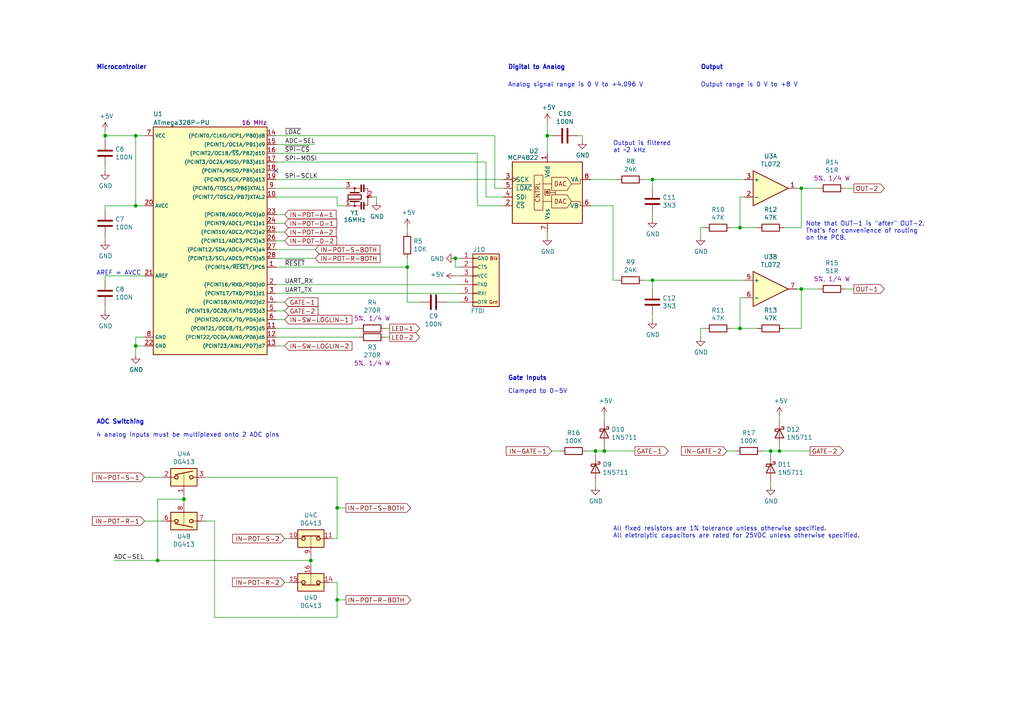
<source format=kicad_sch>
(kicad_sch (version 20211123) (generator eeschema)
  (paper "A4")
  (title_block (title "Main - Eurorack Dual Envelope Module") (date "2022-01-28") (rev "1.2") (company "Len Popp") (comment 1 "Copyright © 2022 Len Popp CC BY") (comment 2 "Eurorack digital ADSR envelope module - 8HP"))
  (lib_symbols
    (symbol "-lmp-IC-misc:ATmega328P-PU"
      (property "Reference" "U" (at -15.24 34.29 0))
      (property "Value" "ATmega328P-PU" (at 19.05 -34.29 0))
      (property "Value2" "16 MHz" (at 19.05 -36.83 0))
      (symbol "ATmega328P-PU_1_1"
        (pin bidirectional line (at 20.32 -7.62 180) (length 2.54) (name "(PCINT14/~{RESET}/)PC6") (number "1"))
        (pin bidirectional line (at 20.32 12.7 180) (length 2.54) (name "(PCINT7/TOSC2/PB7)XTAL2") (number "10"))
        (pin bidirectional line (at 20.32 -25.4 180) (length 2.54) (name "(PCINT21/OC0B/T1/PD5)d5") (number "11"))
        (pin bidirectional line (at 20.32 -27.94 180) (length 2.54) (name "(PCINT22/OC0A/AIN0/PD6)d6") (number "12"))
        (pin bidirectional line (at 20.32 -30.48 180) (length 2.54) (name "(PCINT23/AIN1/PD7)d7") (number "13"))
        (pin bidirectional line (at 20.32 30.48 180) (length 2.54) (name "(PCINT0/CLKO/ICP1/PB0)d8") (number "14"))
        (pin bidirectional line (at 20.32 27.94 180) (length 2.54) (name "(PCINT1/OC1A/PB1)d9") (number "15"))
        (pin bidirectional line (at 20.32 25.4 180) (length 2.54) (name "(PCINT2/OC1B/~{SS}/PB2)d10") (number "16"))
        (pin bidirectional line (at 20.32 22.86 180) (length 2.54) (name "(PCINT3/OC2A/MOSI/PB3)d11") (number "17"))
        (pin bidirectional line (at 20.32 20.32 180) (length 2.54) (name "(PCINT4/MISO/PB4)d12") (number "18"))
        (pin bidirectional line (at 20.32 17.78 180) (length 2.54) (name "(PCINT5/SCK/PB5)d13") (number "19"))
        (pin bidirectional line (at 20.32 -12.7 180) (length 2.54) (name "(PCINT16/RXD/PD0)d0") (number "2"))
        (pin power_in line (at -17.78 10.16 0) (length 2.54) (name "AVCC") (number "20"))
        (pin passive line (at -17.78 -10.16 0) (length 2.54) (name "AREF") (number "21"))
        (pin power_in line (at -17.78 -30.48 0) (length 2.54) (name "GND") (number "22"))
        (pin bidirectional line (at 20.32 7.62 180) (length 2.54) (name "(PCINT8/ADC0/PC0)a0") (number "23"))
        (pin bidirectional line (at 20.32 5.08 180) (length 2.54) (name "(PCINT9/ADC1/PC1)a1") (number "24"))
        (pin bidirectional line (at 20.32 2.54 180) (length 2.54) (name "(PCINT10/ADC2/PC2)a2") (number "25"))
        (pin bidirectional line (at 20.32 0 180) (length 2.54) (name "(PCINT11/ADC3/PC3)a3") (number "26"))
        (pin bidirectional line (at 20.32 -2.54 180) (length 2.54) (name "(PCINT12/SDA/ADC4/PC4)a4") (number "27"))
        (pin bidirectional line (at 20.32 -5.08 180) (length 2.54) (name "(PCINT13/SCL/ADC5/PC5)a5") (number "28"))
        (pin bidirectional line (at 20.32 -15.24 180) (length 2.54) (name "(PCINT17/TXD/PD1)d1") (number "3"))
        (pin bidirectional line (at 20.32 -17.78 180) (length 2.54) (name "(PCINT18/INT0/PD2)d2") (number "4"))
        (pin bidirectional line (at 20.32 -20.32 180) (length 2.54) (name "(PCINT19/OC2B/INT1/PD3)d3") (number "5"))
        (pin bidirectional line (at 20.32 -22.86 180) (length 2.54) (name "(PCINT20/XCK/T0/PD4)d4") (number "6"))
        (pin power_in line (at -17.78 30.48 0) (length 2.54) (name "VCC") (number "7"))
        (pin power_in line (at -17.78 -27.94 0) (length 2.54) (name "GND") (number "8"))
        (pin bidirectional line (at 20.32 15.24 180) (length 2.54) (name "(PCINT6/TOSC1/PB6)XTAL1") (number "9"))
      )
    )
    (symbol "-lmp-IC-misc:DG413" (pin_names (offset 0.381))
      (property "Reference" "U" (at 3.81 1.27 0))
      (property "Value" "DG413" (at 3.81 -1.27 0))
      (symbol "DG413_1_1"
        (pin input line (at 0 -5.08 90) (length 2.54) (name "~") (number "1"))
        (pin passive line (at -6.35 0 0) (length 2.54) (name "~") (number "2"))
        (pin passive line (at 6.35 0 180) (length 2.54) (name "~") (number "3"))
      )
      (symbol "DG413_2_1"
        (pin passive line (at -6.35 0 0) (length 2.54) (name "~") (number "6"))
        (pin passive line (at 6.35 0 180) (length 2.54) (name "~") (number "7"))
        (pin input line (at 0 -5.08 90) (length 2.54) (name "~") (number "8"))
      )
      (symbol "DG413_3_1"
        (pin passive line (at -6.35 0 0) (length 2.54) (name "~") (number "10"))
        (pin passive line (at 6.35 0 180) (length 2.54) (name "~") (number "11"))
        (pin input line (at 0 -5.08 90) (length 2.54) (name "~") (number "9"))
      )
      (symbol "DG413_4_1"
        (pin passive line (at 6.35 0 180) (length 2.54) (name "~") (number "14"))
        (pin passive line (at -6.35 0 0) (length 2.54) (name "~") (number "15"))
        (pin input line (at 0 -5.08 90) (length 2.54) (name "~") (number "16"))
      )
      (symbol "DG413_5_0"
        (pin power_in line (at 2.54 7.62 270) (length 2.54) (name "VL") (number "12"))
        (pin power_in line (at 0 7.62 270) (length 2.54) (name "V+") (number "13"))
        (pin power_in line (at 0 -7.62 90) (length 2.54) (name "V-") (number "4"))
        (pin power_in line (at 2.54 -7.62 90) (length 2.54) (name "GND") (number "5"))
      )
    )
    (symbol "-lmp-diode:1N5711" (pin_numbers hide) (pin_names (offset 1.016) hide)
      (property "Reference" "D" (at 0 2.54 0))
      (property "Value" "1N5711" (at 0 -2.54 0))
      (symbol "1N5711_1_1"
        (pin passive line (at -3.81 0 0) (length 2.54) (name "K") (number "1"))
        (pin passive line (at 3.81 0 180) (length 2.54) (name "A") (number "2"))
      )
    )
    (symbol "-lmp-opamp:TL072" (pin_names (offset 0.127))
      (property "Reference" "U" (at 0 5.08 0))
      (property "Value" "TL072" (at 0 -5.08 0))
      (symbol "TL072_1_1"
        (pin output line (at 7.62 0 180) (length 2.54) (name "~") (number "1"))
        (pin input line (at -7.62 -2.54 0) (length 2.54) (name "-") (number "2"))
        (pin input line (at -7.62 2.54 0) (length 2.54) (name "+") (number "3"))
      )
      (symbol "TL072_2_1"
        (pin input line (at -7.62 2.54 0) (length 2.54) (name "+") (number "5"))
        (pin input line (at -7.62 -2.54 0) (length 2.54) (name "-") (number "6"))
        (pin output line (at 7.62 0 180) (length 2.54) (name "~") (number "7"))
      )
      (symbol "TL072_3_1"
        (pin power_in line (at -2.54 -7.62 90) (length 3.81) (name "V-") (number "4"))
        (pin power_in line (at -2.54 7.62 270) (length 3.81) (name "V+") (number "8"))
      )
    )
    (symbol "-lmp-power:+5V" (power) (pin_names (offset 0))
      (property "Value" "+5V" (at 0 3.556 0))
      (symbol "+5V_1_1"
        (pin power_in line (at 0 0 90) (length 0) hide (name "+5V") (number "1"))
      )
    )
    (symbol "-lmp-power:GND" (power) (pin_names (offset 0))
      (property "Value" "GND" (at 0 -3.81 0))
      (symbol "GND_1_1"
        (pin power_in line (at 0 0 270) (length 0) hide (name "GND") (number "1"))
      )
    )
    (symbol "-lmp-synth:R_51R_Output" (pin_numbers hide) (pin_names (offset 0))
      (property "Reference" "R" (at -2.286 0 90))
      (property "Value" "R_51R_Output" (at 2.413 0 90))
      (property "Value2" "1%, 1/4 W" (at 4.445 0 90))
      (symbol "R_51R_Output_1_1"
        (pin passive line (at 0 3.81 270) (length 1.27) (name "~") (number "1"))
        (pin passive line (at 0 -3.81 90) (length 1.27) (name "~") (number "2"))
      )
    )
    (symbol "-lmp:CC_100N" (pin_numbers hide) (pin_names (offset 0.254))
      (property "Reference" "C" (at 0.635 2.54 0))
      (property "Value" "CC_100N" (at 0.635 -2.54 0))
      (symbol "CC_100N_1_1"
        (pin passive line (at 0 3.81 270) (length 2.794) (name "~") (number "1"))
        (pin passive line (at 0 -3.81 90) (length 2.794) (name "~") (number "2"))
      )
    )
    (symbol "-lmp:CF" (pin_numbers hide) (pin_names (offset 0.254))
      (property "Reference" "C" (at 0.635 2.54 0))
      (property "Value" "CF" (at 0.635 -2.54 0))
      (symbol "CF_1_1"
        (pin passive line (at 0 3.81 270) (length 2.794) (name "~") (number "1"))
        (pin passive line (at 0 -3.81 90) (length 2.794) (name "~") (number "2"))
      )
    )
    (symbol "-lmp:Conn_FTDI" (pin_names (offset 1.27))
      (property "Reference" "J" (at -1.27 7.62 0))
      (property "Value" "Conn_FTDI" (at -1.27 -10.16 0))
      (symbol "Conn_FTDI_0_0"
        (text "Blk" (at 6.096 5.08 0) (effects (font (size 1.016 1.016)) (justify right)))
        (text "Grn" (at 6.096 -7.62 0) (effects (font (size 1.016 1.016)) (justify right)))
      )
      (symbol "Conn_FTDI_1_1"
        (pin passive line (at -5.08 5.08 0) (length 3.81) (name "GND") (number "1"))
        (pin passive line (at -5.08 2.54 0) (length 3.81) (name "CTS") (number "2"))
        (pin passive line (at -5.08 0 0) (length 3.81) (name "VCC") (number "3"))
        (pin passive line (at -5.08 -2.54 0) (length 3.81) (name "TXO") (number "4"))
        (pin passive line (at -5.08 -5.08 0) (length 3.81) (name "RXI") (number "5"))
        (pin passive line (at -5.08 -7.62 0) (length 3.81) (name "DTR") (number "6"))
      )
    )
    (symbol "-lmp:R" (pin_numbers hide) (pin_names (offset 0))
      (property "Reference" "R" (at -2.286 0 90))
      (property "Value" "R" (at 2.413 0 90))
      (symbol "R_1_1"
        (pin passive line (at 0 3.81 270) (length 1.27) (name "~") (number "1"))
        (pin passive line (at 0 -3.81 90) (length 1.27) (name "~") (number "2"))
      )
    )
    (symbol "-lmp:Resonator_16MHz" (pin_names (offset 1.016) hide)
      (property "Reference" "Y" (at 3.175 1.905 0))
      (property "Value" "Resonator_16MHz" (at 3.175 0 0))
      (symbol "Resonator_16MHz_1_1"
        (pin passive line (at -2.54 2.54 270) (length 1.27) (name "1") (number "1"))
        (pin passive line (at 0 -5.08 90) (length 1.27) (name "2") (number "2"))
        (pin passive line (at 2.54 2.54 270) (length 1.27) (name "3") (number "3"))
      )
    )
    (symbol "Analog_DAC:MCP4822" (pin_names (offset 1.016))
      (property "Reference" "U" (at -2.54 10.795 0))
      (property "Value" "MCP4822" (at -2.54 8.89 0))
      (symbol "MCP4822_0_0"
        (text "CNTRL" (at -2.032 -4.191 900) (effects (font (size 1.27 1.27)) (justify left bottom)))
        (text "DAC" (at 3.81 -3.81 0) (effects (font (size 1.27 1.27))))
        (text "DAC" (at 3.81 1.27 0) (effects (font (size 1.27 1.27))))
      )
      (symbol "MCP4822_1_1"
        (pin power_in line (at 0 10.16 270) (length 2.54) (name "Vdd") (number "1"))
        (pin input line (at -12.7 -5.08 0) (length 2.54) (name "~{CS}") (number "2"))
        (pin input clock (at -12.7 2.54 0) (length 2.54) (name "SCK") (number "3"))
        (pin input line (at -12.7 -2.54 0) (length 2.54) (name "SDI") (number "4"))
        (pin input line (at -12.7 0 0) (length 2.54) (name "~{LDAC}") (number "5"))
        (pin output line (at 12.7 -5.08 180) (length 2.54) (name "VB") (number "6"))
        (pin power_in line (at 0 -12.7 90) (length 2.54) (name "Vss") (number "7"))
        (pin output line (at 12.7 2.54 180) (length 2.54) (name "VA") (number "8"))
      )
    )
  )
  (junction (at 30.48 39.37))
  (junction (at 158.75 39.37))
  (junction (at 39.37 100.33))
  (junction (at 39.37 59.69))
  (junction (at 118.11 77.47))
  (junction (at 53.34 144.78))
  (junction (at 97.79 147.32))
  (junction (at 232.41 83.82))
  (junction (at 175.26 130.81))
  (junction (at 189.23 52.07))
  (junction (at 97.79 173.99))
  (junction (at 214.63 66.04))
  (junction (at 132.08 74.93))
  (junction (at 45.72 162.56))
  (junction (at 214.63 95.25))
  (junction (at 189.23 81.28))
  (junction (at 232.41 54.61))
  (junction (at 172.72 130.81))
  (junction (at 90.17 162.56))
  (junction (at 223.52 130.81))
  (junction (at 226.06 130.81))
  (junction (at 39.37 39.37))
  (no_connect (at 80.01 49.53))
  (wire (pts (xy 80.01 44.45) (xy 138.43 44.45)))
  (wire (pts (xy 232.41 83.82) (xy 232.41 95.25)))
  (wire (pts (xy 82.55 156.21) (xy 83.82 156.21)))
  (wire (pts (xy 62.23 151.13) (xy 62.23 179.07)))
  (wire (pts (xy 186.69 52.07) (xy 189.23 52.07)))
  (wire (pts (xy 80.01 77.47) (xy 118.11 77.47)))
  (wire (pts (xy 177.8 59.69) (xy 177.8 81.28)))
  (wire (pts (xy 96.52 168.91) (xy 97.79 168.91)))
  (wire (pts (xy 171.45 52.07) (xy 179.07 52.07)))
  (wire (pts (xy 177.8 81.28) (xy 179.07 81.28)))
  (wire (pts (xy 53.34 146.05) (xy 53.34 144.78)))
  (wire (pts (xy 132.08 74.93) (xy 132.08 77.47)))
  (wire (pts (xy 83.82 168.91) (xy 82.55 168.91)))
  (wire (pts (xy 80.01 82.55) (xy 133.35 82.55)))
  (wire (pts (xy 167.64 39.37) (xy 168.91 39.37)))
  (wire (pts (xy 189.23 52.07) (xy 215.9 52.07)))
  (wire (pts (xy 90.17 162.56) (xy 90.17 163.83)))
  (wire (pts (xy 189.23 52.07) (xy 189.23 54.61)))
  (wire (pts (xy 107.95 57.15) (xy 109.22 57.15)))
  (wire (pts (xy 97.79 147.32) (xy 100.33 147.32)))
  (wire (pts (xy 231.14 54.61) (xy 232.41 54.61)))
  (wire (pts (xy 30.48 90.17) (xy 30.48 88.9)))
  (wire (pts (xy 39.37 39.37) (xy 39.37 59.69)))
  (wire (pts (xy 186.69 81.28) (xy 189.23 81.28)))
  (wire (pts (xy 62.23 179.07) (xy 97.79 179.07)))
  (wire (pts (xy 113.03 95.25) (xy 111.76 95.25)))
  (wire (pts (xy 39.37 39.37) (xy 30.48 39.37)))
  (wire (pts (xy 30.48 39.37) (xy 30.48 38.1)))
  (wire (pts (xy 80.01 62.23) (xy 82.55 62.23)))
  (wire (pts (xy 82.55 92.71) (xy 80.01 92.71)))
  (wire (pts (xy 30.48 81.28) (xy 30.48 80.01)))
  (wire (pts (xy 212.09 95.25) (xy 214.63 95.25)))
  (wire (pts (xy 247.65 83.82) (xy 245.11 83.82)))
  (wire (pts (xy 118.11 67.31) (xy 118.11 66.04)))
  (wire (pts (xy 118.11 87.63) (xy 121.92 87.63)))
  (wire (pts (xy 80.01 46.99) (xy 140.97 46.99)))
  (wire (pts (xy 189.23 83.82) (xy 189.23 81.28)))
  (wire (pts (xy 100.33 59.69) (xy 97.79 59.69)))
  (wire (pts (xy 80.01 100.33) (xy 82.55 100.33)))
  (wire (pts (xy 214.63 57.15) (xy 215.9 57.15)))
  (wire (pts (xy 214.63 66.04) (xy 214.63 57.15)))
  (wire (pts (xy 80.01 41.91) (xy 91.44 41.91)))
  (wire (pts (xy 172.72 140.97) (xy 172.72 139.7)))
  (wire (pts (xy 203.2 66.04) (xy 203.2 68.58)))
  (wire (pts (xy 143.51 54.61) (xy 146.05 54.61)))
  (wire (pts (xy 118.11 87.63) (xy 118.11 77.47)))
  (wire (pts (xy 80.01 74.93) (xy 91.44 74.93)))
  (wire (pts (xy 247.65 54.61) (xy 245.11 54.61)))
  (wire (pts (xy 232.41 83.82) (xy 237.49 83.82)))
  (wire (pts (xy 203.2 95.25) (xy 203.2 97.79)))
  (wire (pts (xy 138.43 59.69) (xy 146.05 59.69)))
  (wire (pts (xy 223.52 140.97) (xy 223.52 139.7)))
  (wire (pts (xy 175.26 130.81) (xy 184.15 130.81)))
  (wire (pts (xy 138.43 44.45) (xy 138.43 59.69)))
  (wire (pts (xy 80.01 52.07) (xy 146.05 52.07)))
  (wire (pts (xy 162.56 130.81) (xy 160.02 130.81)))
  (wire (pts (xy 82.55 87.63) (xy 80.01 87.63)))
  (wire (pts (xy 30.48 49.53) (xy 30.48 48.26)))
  (wire (pts (xy 97.79 138.43) (xy 97.79 147.32)))
  (wire (pts (xy 231.14 83.82) (xy 232.41 83.82)))
  (wire (pts (xy 97.79 173.99) (xy 97.79 179.07)))
  (wire (pts (xy 171.45 59.69) (xy 177.8 59.69)))
  (wire (pts (xy 223.52 130.81) (xy 226.06 130.81)))
  (wire (pts (xy 214.63 86.36) (xy 215.9 86.36)))
  (wire (pts (xy 175.26 130.81) (xy 175.26 129.54)))
  (wire (pts (xy 172.72 130.81) (xy 170.18 130.81)))
  (wire (pts (xy 140.97 57.15) (xy 146.05 57.15)))
  (wire (pts (xy 203.2 95.25) (xy 204.47 95.25)))
  (wire (pts (xy 232.41 95.25) (xy 227.33 95.25)))
  (wire (pts (xy 232.41 54.61) (xy 237.49 54.61)))
  (wire (pts (xy 97.79 147.32) (xy 97.79 156.21)))
  (wire (pts (xy 80.01 67.31) (xy 82.55 67.31)))
  (wire (pts (xy 223.52 130.81) (xy 220.98 130.81)))
  (wire (pts (xy 213.36 130.81) (xy 210.82 130.81)))
  (wire (pts (xy 204.47 66.04) (xy 203.2 66.04)))
  (wire (pts (xy 80.01 85.09) (xy 133.35 85.09)))
  (wire (pts (xy 30.48 80.01) (xy 41.91 80.01)))
  (wire (pts (xy 80.01 72.39) (xy 91.44 72.39)))
  (wire (pts (xy 39.37 59.69) (xy 41.91 59.69)))
  (wire (pts (xy 97.79 168.91) (xy 97.79 173.99)))
  (wire (pts (xy 45.72 162.56) (xy 90.17 162.56)))
  (wire (pts (xy 46.99 151.13) (xy 41.91 151.13)))
  (wire (pts (xy 41.91 100.33) (xy 39.37 100.33)))
  (wire (pts (xy 172.72 130.81) (xy 175.26 130.81)))
  (wire (pts (xy 80.01 95.25) (xy 104.14 95.25)))
  (wire (pts (xy 232.41 66.04) (xy 232.41 54.61)))
  (wire (pts (xy 80.01 64.77) (xy 82.55 64.77)))
  (wire (pts (xy 189.23 62.23) (xy 189.23 63.5)))
  (wire (pts (xy 80.01 69.85) (xy 82.55 69.85)))
  (wire (pts (xy 97.79 173.99) (xy 100.33 173.99)))
  (wire (pts (xy 41.91 97.79) (xy 39.37 97.79)))
  (wire (pts (xy 30.48 60.96) (xy 30.48 59.69)))
  (wire (pts (xy 168.91 39.37) (xy 168.91 40.64)))
  (wire (pts (xy 59.69 138.43) (xy 97.79 138.43)))
  (wire (pts (xy 96.52 156.21) (xy 97.79 156.21)))
  (wire (pts (xy 143.51 39.37) (xy 143.51 54.61)))
  (wire (pts (xy 45.72 144.78) (xy 53.34 144.78)))
  (wire (pts (xy 140.97 46.99) (xy 140.97 57.15)))
  (wire (pts (xy 226.06 130.81) (xy 226.06 129.54)))
  (wire (pts (xy 158.75 35.56) (xy 158.75 39.37)))
  (wire (pts (xy 90.17 161.29) (xy 90.17 162.56)))
  (wire (pts (xy 41.91 39.37) (xy 39.37 39.37)))
  (wire (pts (xy 113.03 97.79) (xy 111.76 97.79)))
  (wire (pts (xy 118.11 77.47) (xy 118.11 74.93)))
  (wire (pts (xy 80.01 57.15) (xy 97.79 57.15)))
  (wire (pts (xy 189.23 81.28) (xy 215.9 81.28)))
  (wire (pts (xy 158.75 39.37) (xy 158.75 44.45)))
  (wire (pts (xy 234.95 130.81) (xy 226.06 130.81)))
  (wire (pts (xy 226.06 121.92) (xy 226.06 120.65)))
  (wire (pts (xy 175.26 121.92) (xy 175.26 120.65)))
  (wire (pts (xy 227.33 66.04) (xy 232.41 66.04)))
  (wire (pts (xy 129.54 87.63) (xy 133.35 87.63)))
  (wire (pts (xy 80.01 54.61) (xy 100.33 54.61)))
  (wire (pts (xy 189.23 91.44) (xy 189.23 92.71)))
  (wire (pts (xy 80.01 97.79) (xy 104.14 97.79)))
  (wire (pts (xy 133.35 74.93) (xy 132.08 74.93)))
  (wire (pts (xy 53.34 144.78) (xy 53.34 143.51)))
  (wire (pts (xy 33.02 162.56) (xy 45.72 162.56)))
  (wire (pts (xy 223.52 132.08) (xy 223.52 130.81)))
  (wire (pts (xy 46.99 138.43) (xy 41.91 138.43)))
  (wire (pts (xy 30.48 69.85) (xy 30.48 68.58)))
  (wire (pts (xy 219.71 66.04) (xy 214.63 66.04)))
  (wire (pts (xy 172.72 132.08) (xy 172.72 130.81)))
  (wire (pts (xy 158.75 68.58) (xy 158.75 67.31)))
  (wire (pts (xy 109.22 57.15) (xy 109.22 58.42)))
  (wire (pts (xy 212.09 66.04) (xy 214.63 66.04)))
  (wire (pts (xy 45.72 144.78) (xy 45.72 162.56)))
  (wire (pts (xy 133.35 80.01) (xy 132.08 80.01)))
  (wire (pts (xy 39.37 97.79) (xy 39.37 100.33)))
  (wire (pts (xy 59.69 151.13) (xy 62.23 151.13)))
  (wire (pts (xy 158.75 39.37) (xy 160.02 39.37)))
  (wire (pts (xy 82.55 90.17) (xy 80.01 90.17)))
  (wire (pts (xy 219.71 95.25) (xy 214.63 95.25)))
  (wire (pts (xy 97.79 59.69) (xy 97.79 57.15)))
  (wire (pts (xy 214.63 95.25) (xy 214.63 86.36)))
  (wire (pts (xy 39.37 59.69) (xy 30.48 59.69)))
  (wire (pts (xy 133.35 77.47) (xy 132.08 77.47)))
  (wire (pts (xy 80.01 39.37) (xy 143.51 39.37)))
  (wire (pts (xy 30.48 40.64) (xy 30.48 39.37)))
  (wire (pts (xy 39.37 100.33) (xy 39.37 102.87)))
  (text "4 analog inputs must be multiplexed onto 2 ADC pins" (at 27.94 127 0) (effects (font (size 1.27 1.27)) (justify left bottom)))
  (text "Output is filtered \nat ~2 kHz" (at 177.8 44.45 0) (effects (font (size 1.27 1.27)) (justify left bottom)))
  (text "All fixed resistors are 1% tolerance unless otherwise specified.\nAll eletrolytic capacitors are rated for 25VDC unless otherwise specified." (at 177.8 156.21 0) (effects (font (size 1.27 1.27)) (justify left bottom)))
  (text "ADC Switching" (at 27.94 123.19 0) (effects (font (size 1.27 1.27) (thickness 0.254) bold) (justify left bottom)))
  (text "Analog signal range is 0 V to +4.096 V" (at 147.32 25.4 0) (effects (font (size 1.27 1.27)) (justify left bottom)))
  (text "Digital to Analog" (at 147.32 20.32 0) (effects (font (size 1.27 1.27) (thickness 0.254) bold) (justify left bottom)))
  (text "AREF = AVCC" (at 27.94 80.01 0) (effects (font (size 1.27 1.27)) (justify left bottom)))
  (text "Output range is 0 V to +8 V" (at 203.2 25.4 0) (effects (font (size 1.27 1.27)) (justify left bottom)))
  (text "Gate Inputs" (at 147.32 110.49 0) (effects (font (size 1.27 1.27) (thickness 0.254) bold) (justify left bottom)))
  (text "Output" (at 203.2 20.32 0) (effects (font (size 1.27 1.27) (thickness 0.254) bold) (justify left bottom)))
  (text "Note that OUT-1 is \"after\" OUT-2.\nThat's for convenience of routing\non the PCB." (at 233.68 69.85 0) (effects (font (size 1.27 1.27)) (justify left bottom)))
  (text "Microcontroller" (at 27.94 20.32 0) (effects (font (size 1.27 1.27) (thickness 0.254) bold) (justify left bottom)))
  (text "Clamped to 0-5V" (at 147.32 114.3 0) (effects (font (size 1.27 1.27)) (justify left bottom)))
  (label "ADC-SEL" (at 91.44 41.91 180))
  (label "SPI-MOSI" (at 82.55 46.99 0))
  (label "SPI-SCLK" (at 82.55 52.07 0))
  (label "ADC-SEL" (at 33.02 162.56 0))
  (label "~{RESET}" (at 82.55 77.47 0))
  (label "~{SPI-CS}" (at 82.55 44.45 0))
  (label "UART_TX" (at 82.55 85.09 0))
  (label "UART_RX" (at 82.55 82.55 0))
  (label "~{LDAC}" (at 82.55 39.37 0))
  (global_label "IN-POT-S-BOTH" (shape input) (at 91.44 72.39 0) (property "Intersheet References" "${INTERSHEET_REFS}" (effects hide)))
  (global_label "IN-POT-R-BOTH" (shape output) (at 100.33 173.99 0) (property "Intersheet References" "${INTERSHEET_REFS}" (effects hide)))
  (global_label "GATE-1" (shape output) (at 184.15 130.81 0) (property "Intersheet References" "${INTERSHEET_REFS}" (effects hide)))
  (global_label "IN-POT-R-BOTH" (shape input) (at 91.44 74.93 0) (property "Intersheet References" "${INTERSHEET_REFS}" (effects hide)))
  (global_label "LED-2" (shape output) (at 113.03 97.79 0) (property "Intersheet References" "${INTERSHEET_REFS}" (effects hide)))
  (global_label "IN-POT-A-2" (shape input) (at 82.55 67.31 0) (property "Intersheet References" "${INTERSHEET_REFS}" (effects hide)))
  (global_label "OUT-1" (shape output) (at 247.65 83.82 0) (property "Intersheet References" "${INTERSHEET_REFS}" (effects hide)))
  (global_label "IN-POT-R-1" (shape input) (at 41.91 151.13 180) (property "Intersheet References" "${INTERSHEET_REFS}" (effects hide)))
  (global_label "GATE-1" (shape input) (at 82.55 87.63 0) (property "Intersheet References" "${INTERSHEET_REFS}" (effects hide)))
  (global_label "IN-POT-R-2" (shape input) (at 82.55 168.91 180) (property "Intersheet References" "${INTERSHEET_REFS}" (effects hide)))
  (global_label "IN-SW-LOGLIN-1" (shape input) (at 82.55 92.71 0) (property "Intersheet References" "${INTERSHEET_REFS}" (effects hide)))
  (global_label "GATE-2" (shape output) (at 234.95 130.81 0) (property "Intersheet References" "${INTERSHEET_REFS}" (effects hide)))
  (global_label "IN-SW-LOGLIN-2" (shape input) (at 82.55 100.33 0) (property "Intersheet References" "${INTERSHEET_REFS}" (effects hide)))
  (global_label "IN-POT-S-2" (shape input) (at 82.55 156.21 180) (property "Intersheet References" "${INTERSHEET_REFS}" (effects hide)))
  (global_label "LED-1" (shape output) (at 113.03 95.25 0) (property "Intersheet References" "${INTERSHEET_REFS}" (effects hide)))
  (global_label "IN-GATE-1" (shape input) (at 160.02 130.81 180) (property "Intersheet References" "${INTERSHEET_REFS}" (effects hide)))
  (global_label "IN-POT-S-1" (shape input) (at 41.91 138.43 180) (property "Intersheet References" "${INTERSHEET_REFS}" (effects hide)))
  (global_label "IN-POT-A-1" (shape input) (at 82.55 62.23 0) (property "Intersheet References" "${INTERSHEET_REFS}" (effects hide)))
  (global_label "OUT-2" (shape output) (at 247.65 54.61 0) (property "Intersheet References" "${INTERSHEET_REFS}" (effects hide)))
  (global_label "IN-GATE-2" (shape input) (at 210.82 130.81 180) (property "Intersheet References" "${INTERSHEET_REFS}" (effects hide)))
  (global_label "IN-POT-S-BOTH" (shape output) (at 100.33 147.32 0) (property "Intersheet References" "${INTERSHEET_REFS}" (effects hide)))
  (global_label "IN-POT-D-2" (shape input) (at 82.55 69.85 0) (property "Intersheet References" "${INTERSHEET_REFS}" (effects hide)))
  (global_label "IN-POT-D-1" (shape input) (at 82.55 64.77 0) (property "Intersheet References" "${INTERSHEET_REFS}" (effects hide)))
  (global_label "GATE-2" (shape input) (at 82.55 90.17 0) (property "Intersheet References" "${INTERSHEET_REFS}" (effects hide)))
  (symbol (lib_id "-lmp-diode:1N5711") (at 172.72 135.89 270) (unit 1)
    (property "Reference" "D9" (at 174.752 134.7216 90) (effects (justify left)))
    (property "Value" "1N5711" (at 174.752 137.033 90) (effects (justify left)))
    (property "Footprint" "Diode_THT:D_DO-35_SOD27_P7.62mm_Horizontal" (effects hide))
    (property "Datasheet" "https://www.mouser.ca/datasheet/2/389/cd00000759-1795802.pdf" (effects hide))
    (property "Manufacturer" "STMicroelectronics" (effects hide))
    (property "ManufacturerPartNum" "1N5711" (effects hide))
    (property "Distributor" "Mouser" (effects hide))
    (property "DistributorPartNum" "511-1N5711" (effects hide))
    (property "DistributorPartLink" "https://www.mouser.ca/ProductDetail/STMicroelectronics/1N5711?qs=FITO%2F%2FQgYDnH7pJ7rS2FRA%3D%3D" (effects hide))
  )
  (symbol (lib_id "-lmp-IC-misc:ATmega328P-PU") (at 59.69 69.85 0) (unit 1)
    (property "Reference" "U1" (at 44.45 33.02 0) (effects (justify left)))
    (property "Value" "ATmega328P-PU" (at 44.45 35.56 0) (effects (justify left)))
    (property "Footprint" "Package_DIP:DIP-28_W7.62mm" (effects hide))
    (property "Datasheet" "https://www.microchip.com/en-us/product/ATmega328P" (effects hide))
    (property "Note" "16 MHz" (at 77.47 35.56 0) (effects (justify right)))
    (property "Manufacturer" "Microchip" (effects hide))
    (property "ManufacturerPartNum" "ATMEGA328P-PU" (effects hide))
    (property "Distributor" "Mouser" (effects hide))
    (property "DistributorPartNum" "556-ATMEGA328P-PU" (effects hide))
    (property "DistributorPartLink" "https://www.mouser.ca/ProductDetail/?qs=K8BHR703ZXguOQv3sKbWcg%3D%3D" (effects hide))
  )
  (symbol (lib_id "-lmp:CC_100N") (at 30.48 44.45 0) (unit 1)
    (property "Reference" "C6" (at 33.401 43.2816 0) (effects (justify left)))
    (property "Value" "100N" (at 33.401 45.593 0) (effects (justify left)))
    (property "Footprint" "-lmp-misc:C_Disc_D5.0mm_W2.5mm_P2.50mm" (effects hide))
    (property "Note" "IC decoupling" (effects hide))
    (property "Manufacturer" "TDK" (effects hide))
    (property "ManufacturerPartNum" "FG18X7R1H104KNT06" (effects hide))
    (property "Distributor" "Mouser" (effects hide))
    (property "DistributorPartNum" "810-FG18X7R1H104KNT6" (effects hide))
    (property "DistributorPartLink" "https://www.mouser.ca/ProductDetail/810-FG18X7R1H104KNT6" (effects hide))
  )
  (symbol (lib_id "-lmp-power:+5V") (at 30.48 38.1 0) (unit 1)
    (property "Reference" "#PWR01" (effects hide))
    (property "Value" "+5V" (at 30.861 33.7058 0))
  )
  (symbol (lib_id "-lmp-power:GND") (at 30.48 49.53 0) (unit 1)
    (property "Reference" "#PWR02" (effects hide))
    (property "Value" "GND" (at 30.607 53.9242 0))
  )
  (symbol (lib_id "-lmp:CC_100N") (at 30.48 85.09 0) (unit 1)
    (property "Reference" "C8" (at 33.401 83.9216 0) (effects (justify left)))
    (property "Value" "100N" (at 33.401 86.233 0) (effects (justify left)))
    (property "Footprint" "-lmp-misc:C_Disc_D5.0mm_W2.5mm_P2.50mm" (effects hide))
    (property "Note" "IC decoupling" (effects hide))
    (property "Manufacturer" "TDK" (effects hide))
    (property "ManufacturerPartNum" "FG18X7R1H104KNT06" (effects hide))
    (property "Distributor" "Mouser" (effects hide))
    (property "DistributorPartNum" "810-FG18X7R1H104KNT6" (effects hide))
    (property "DistributorPartLink" "https://www.mouser.ca/ProductDetail/810-FG18X7R1H104KNT6" (effects hide))
  )
  (symbol (lib_id "-lmp-power:GND") (at 30.48 90.17 0) (unit 1)
    (property "Reference" "#PWR03" (effects hide))
    (property "Value" "GND" (at 30.607 94.5642 0))
  )
  (symbol (lib_id "-lmp-power:GND") (at 39.37 102.87 0) (unit 1)
    (property "Reference" "#PWR04" (effects hide))
    (property "Value" "GND" (at 39.497 107.2642 0))
  )
  (symbol (lib_id "-lmp:Resonator_16MHz") (at 102.87 57.15 90) (unit 1)
    (property "Reference" "Y1" (at 102.87 61.722 90))
    (property "Value" "16MHz" (at 102.87 63.754 90))
    (property "Footprint" "Crystal:Resonator_muRata_CSTLSxxxX-3Pin_W5.5mm_H3.0mm" (effects hide))
    (property "Datasheet" "https://www.mouser.ca/datasheet/2/281/p17e-1539077.pdf" (effects hide))
    (property "Manufacturer" "Murata" (effects hide))
    (property "ManufacturerPartNum" "CSTLS16M0X53Z-A0" (effects hide))
    (property "Distributor" "Mouser" (effects hide))
    (property "DistributorPartNum" " 81-CSTLS16M0X53Z-A0" (effects hide))
    (property "DistributorPartLink" "https://www.mouser.ca/ProductDetail/?qs=x6vGwhDZZUZCi2wdIsDbVA%3D%3D" (effects hide))
  )
  (symbol (lib_id "-lmp-power:GND") (at 109.22 58.42 0) (unit 1)
    (property "Reference" "#PWR012" (effects hide))
    (property "Value" "GND" (at 109.347 62.8142 0))
  )
  (symbol (lib_id "-lmp:R") (at 118.11 71.12 0) (unit 1)
    (property "Reference" "R5" (at 119.888 69.9516 0) (effects (justify left)))
    (property "Value" "10K" (at 119.888 72.263 0) (effects (justify left)))
    (property "Footprint" "-lmp-misc:R_Axial_DIN0207_L6.3mm_D2.5mm_P7.62mm_Horizontal" (effects hide))
    (property "Datasheet" "https://www.mouser.ca/datasheet/2/447/Yageo_LR_MFR_1-1714151.pdf" (effects hide))
    (property "Manufacturer" "YAGEO" (effects hide))
    (property "ManufacturerPartNum" "MFR-12FRF52-10K" (effects hide))
    (property "Distributor" "Mouser" (effects hide))
    (property "DistributorPartNum" "603-MFR-12FRF5210K" (effects hide))
    (property "DistributorPartLink" "https://www.mouser.ca/ProductDetail/YAGEO/MFR-12FRF52-10K?qs=sGAEpiMZZMsPqMdJzcrNwl7IR%2FWPk8YP7c4XT%2Fr88hQ%3D" (effects hide))
  )
  (symbol (lib_id "-lmp-power:+5V") (at 118.11 66.04 0) (unit 1)
    (property "Reference" "#PWR09" (effects hide))
    (property "Value" "+5V" (at 118.491 61.6458 0))
  )
  (symbol (lib_id "-lmp:Conn_FTDI") (at 138.43 80.01 0) (unit 1)
    (property "Reference" "J10" (at 137.16 72.39 0) (effects (justify left)))
    (property "Value" "FTDI" (at 136.525 90.17 0) (effects (justify left)))
    (property "Footprint" "Connector_PinHeader_2.54mm:PinHeader_1x06_P2.54mm_Vertical" (effects hide))
    (property "Datasheet" "https://www.amphenol-icc.com/media/wysiwyg/files/documentation/datasheet/boardwiretoboard/bwb_econostik_254headers.pdf" (effects hide))
    (property "Manufacturer" "Amphenol FCI" (effects hide))
    (property "ManufacturerPartNum" "10129378-906001BLF" (effects hide))
    (property "Distributor" "Mouser" (effects hide))
    (property "DistributorPartNum" "649-1012937890601BLF" (effects hide))
    (property "DistributorPartLink" "https://www.mouser.ca/ProductDetail/Amphenol-FCI/10129378-906001BLF?qs=sGAEpiMZZMv0NwlthflBi8A1zHyP7BBjXH8jOU2Fj9A%3D" (effects hide))
  )
  (symbol (lib_id "-lmp:CC_100N") (at 125.73 87.63 270) (unit 1)
    (property "Reference" "C9" (at 125.73 91.694 90))
    (property "Value" "100N" (at 125.73 94.0054 90))
    (property "Footprint" "-lmp-misc:C_Disc_D5.0mm_W2.5mm_P2.50mm" (effects hide))
    (property "Note" "IC decoupling" (effects hide))
    (property "Manufacturer" "TDK" (effects hide))
    (property "ManufacturerPartNum" "FG18X7R1H104KNT06" (effects hide))
    (property "Distributor" "Mouser" (effects hide))
    (property "DistributorPartNum" "810-FG18X7R1H104KNT6" (effects hide))
    (property "DistributorPartLink" "https://www.mouser.ca/ProductDetail/810-FG18X7R1H104KNT6" (effects hide))
  )
  (symbol (lib_id "-lmp-power:+5V") (at 132.08 80.01 90) (unit 1)
    (property "Reference" "#PWR010" (effects hide))
    (property "Value" "+5V" (at 128.8288 79.629 90) (effects (justify left)))
  )
  (symbol (lib_id "-lmp-power:GND") (at 132.08 74.93 270) (unit 1)
    (property "Reference" "#PWR011" (effects hide))
    (property "Value" "GND" (at 128.8288 75.057 90) (effects (justify right)))
  )
  (symbol (lib_id "Analog_DAC:MCP4822") (at 158.75 54.61 0) (unit 1)
    (property "Reference" "U2" (at 156.21 43.815 0) (effects (justify right)))
    (property "Value" "MCP4822" (at 156.21 45.72 0) (effects (justify right)))
    (property "Footprint" "-lmp-misc:DIP-8_W7.62mm_LongPads" (effects hide))
    (property "Datasheet" "https://www.mouser.ca/datasheet/2/268/21953a-8929.pdf" (effects hide))
    (property "Manufacturer" "Microchip" (effects hide))
    (property "ManufacturerPartNum" "MCP4822-E/P" (effects hide))
    (property "Distributor" "Mouser" (effects hide))
    (property "DistributorPartNum" "579-MCP4822-E/P" (effects hide))
    (property "DistributorPartLink" "https://www.mouser.ca/ProductDetail/Microchip-Technology/MCP4822-E-P?qs=usxtMOJb1RzHfzfJDNfOOg%3D%3D" (effects hide))
  )
  (symbol (lib_id "-lmp-power:GND") (at 168.91 40.64 0) (unit 1)
    (property "Reference" "#PWR016" (effects hide))
    (property "Value" "GND" (at 169.037 45.0342 0))
  )
  (symbol (lib_id "-lmp-power:+5V") (at 158.75 35.56 0) (unit 1)
    (property "Reference" "#PWR014" (effects hide))
    (property "Value" "+5V" (at 159.131 31.1658 0))
  )
  (symbol (lib_id "-lmp:CC_100N") (at 163.83 39.37 270) (unit 1)
    (property "Reference" "C10" (at 163.83 32.9692 90))
    (property "Value" "100N" (at 163.83 35.2806 90))
    (property "Footprint" "-lmp-misc:C_Disc_D5.0mm_W2.5mm_P2.50mm" (effects hide))
    (property "Note" "IC decoupling" (effects hide))
    (property "Manufacturer" "TDK" (effects hide))
    (property "ManufacturerPartNum" "FG18X7R1H104KNT06" (effects hide))
    (property "Distributor" "Mouser" (effects hide))
    (property "DistributorPartNum" "810-FG18X7R1H104KNT6" (effects hide))
    (property "DistributorPartLink" "https://www.mouser.ca/ProductDetail/810-FG18X7R1H104KNT6" (effects hide))
  )
  (symbol (lib_id "-lmp-power:GND") (at 158.75 68.58 0) (unit 1)
    (property "Reference" "#PWR015" (effects hide))
    (property "Value" "GND" (at 158.877 72.9742 0))
  )
  (symbol (lib_id "-lmp-opamp:TL072") (at 223.52 54.61 0) (unit 1)
    (property "Reference" "U3" (at 223.52 45.2882 0))
    (property "Value" "TL072" (at 223.52 47.5996 0))
    (property "Footprint" "-lmp-misc:DIP-8_W7.62mm_LongPads" (effects hide))
    (property "Datasheet" "https://www.ti.com/lit/ds/symlink/tl072b.pdf?ts=1628812694194" (effects hide))
    (property "Manufacturer" "Texas Instruments" (effects hide))
    (property "ManufacturerPartNum" "TL072BCP" (effects hide))
    (property "Distributor" "Mouser" (effects hide))
    (property "DistributorPartNum" "595-TL072BCP" (effects hide))
    (property "DistributorPartLink" "https://www.mouser.ca/ProductDetail/Texas-Instruments/TL072BCP?qs=p6YqzpSxLIxmo8AyZLsP4g%3D%3D" (effects hide))
  )
  (symbol (lib_id "-lmp:R") (at 223.52 66.04 270) (unit 1)
    (property "Reference" "R12" (at 223.52 60.7822 90))
    (property "Value" "47K" (at 223.52 63.0936 90))
    (property "Footprint" "-lmp-misc:R_Axial_DIN0207_L6.3mm_D2.5mm_P7.62mm_Horizontal" (effects hide))
    (property "Datasheet" "https://www.mouser.ca/datasheet/2/447/Yageo_LR_MFR_1-1714151.pdf" (effects hide))
    (property "Manufacturer" "YAGEO" (effects hide))
    (property "ManufacturerPartNum" "MFR-12FTF52-47K" (effects hide))
    (property "Distributor" "Mouser" (effects hide))
    (property "DistributorPartNum" "603-MFR-12FTF52-47K" (effects hide))
    (property "DistributorPartLink" "https://www.mouser.ca/ProductDetail/YAGEO/MFR-12FTF52-47K?qs=oAGoVhmvjhylO%2Fy0ChGYrw%3D%3D" (effects hide))
    (property "Value2" "1%, 1/6 W" (effects hide))
  )
  (symbol (lib_id "-lmp-synth:R_51R_Output") (at 241.3 54.61 270) (unit 1)
    (property "Reference" "R14" (at 241.3 47.0662 90))
    (property "Value" "51R" (at 241.3 49.3776 90))
    (property "Footprint" "-lmp-misc:R_Axial_DIN0207_L6.3mm_D2.5mm_P7.62mm_Horizontal" (effects hide))
    (property "Datasheet" "https://www.mouser.ca/datasheet/2/447/Yageo_LR_MFR_1-1714151.pdf" (effects hide))
    (property "Value2" "5%, 1/4 W" (at 241.3 51.689 90))
    (property "Note" "Output limiting" (effects hide))
    (property "Manufacturer" "YAGEO" (effects hide))
    (property "ManufacturerPartNum" "MFR-25FBF52-51R" (effects hide))
    (property "Distributor" "Mouser" (effects hide))
    (property "DistributorPartNum" "603-MFR-25FBF52-51R" (effects hide))
    (property "DistributorPartLink" "https://www.mouser.ca/ProductDetail/?qs=oAGoVhmvjhzVx2bdEH1TLQ%3D%3D" (effects hide))
  )
  (symbol (lib_id "-lmp:R") (at 182.88 81.28 270) (unit 1)
    (property "Reference" "R9" (at 182.88 76.0222 90))
    (property "Value" "24K" (at 182.88 78.3336 90))
    (property "Footprint" "-lmp-misc:R_Axial_DIN0207_L6.3mm_D2.5mm_P7.62mm_Horizontal" (effects hide))
    (property "Datasheet" "https://www.mouser.ca/datasheet/2/447/Yageo_LR_MFR_1-1714151.pdf" (effects hide))
    (property "Manufacturer" "YAGEO" (effects hide))
    (property "ManufacturerPartNum" "MFR-12FTF52-30K" (effects hide))
    (property "Distributor" "Mouser" (effects hide))
    (property "DistributorPartNum" "603-MFR-12FTF52-30K" (effects hide))
    (property "DistributorPartLink" "https://www.mouser.ca/ProductDetail/YAGEO/MFR-12FTF52-30K?qs=oAGoVhmvjhx41C7LP55%2FiQ%3D%3D" (effects hide))
  )
  (symbol (lib_id "-lmp:CF") (at 189.23 87.63 0) (unit 1)
    (property "Reference" "C12" (at 192.151 86.4616 0) (effects (justify left)))
    (property "Value" "3N3" (at 192.151 88.773 0) (effects (justify left)))
    (property "Footprint" "-lmp-misc:C_Rect_Kemet_L7.2mm_W2.5mm_P5mm" (effects hide))
    (property "Datasheet" "https://www.mouser.ca/datasheet/2/212/F3294_MMK-1101858.pdf" (effects hide))
    (property "Manufacturer" "KEMET" (effects hide))
    (property "ManufacturerPartNum" "MMK5102J100J01L16.5TA18" (effects hide))
    (property "Distributor" "Mouser" (effects hide))
    (property "DistributorPartNum" "80-MMK5102J100J1TA18" (effects hide))
    (property "DistributorPartLink" "https://www.mouser.ca/ProductDetail/KEMET/MMK5102J100J01L165TA18?qs=IKDMbYZLynDyIIzWkajPBA%3D%3D" (effects hide))
  )
  (symbol (lib_id "-lmp-opamp:TL072") (at 223.52 83.82 0) (unit 2)
    (property "Reference" "U3" (at 223.52 74.4982 0))
    (property "Value" "TL072" (at 223.52 76.8096 0))
    (property "Footprint" "-lmp-misc:DIP-8_W7.62mm_LongPads" (effects hide))
    (property "Datasheet" "https://www.ti.com/lit/ds/symlink/tl072b.pdf?ts=1628812694194" (effects hide))
    (property "Manufacturer" "Texas Instruments" (effects hide))
    (property "ManufacturerPartNum" "TL072BCP" (effects hide))
    (property "Distributor" "Mouser" (effects hide))
    (property "DistributorPartNum" "595-TL072BCP" (effects hide))
    (property "DistributorPartLink" "https://www.mouser.ca/ProductDetail/Texas-Instruments/TL072BCP?qs=p6YqzpSxLIxmo8AyZLsP4g%3D%3D" (effects hide))
  )
  (symbol (lib_id "-lmp:R") (at 223.52 95.25 270) (unit 1)
    (property "Reference" "R13" (at 223.52 89.9922 90))
    (property "Value" "47K" (at 223.52 92.3036 90))
    (property "Footprint" "-lmp-misc:R_Axial_DIN0207_L6.3mm_D2.5mm_P7.62mm_Horizontal" (effects hide))
    (property "Datasheet" "https://www.mouser.ca/datasheet/2/447/Yageo_LR_MFR_1-1714151.pdf" (effects hide))
    (property "Manufacturer" "YAGEO" (effects hide))
    (property "ManufacturerPartNum" "MFR-12FTF52-47K" (effects hide))
    (property "Distributor" "Mouser" (effects hide))
    (property "DistributorPartNum" "603-MFR-12FTF52-47K" (effects hide))
    (property "DistributorPartLink" "https://www.mouser.ca/ProductDetail/YAGEO/MFR-12FTF52-47K?qs=oAGoVhmvjhylO%2Fy0ChGYrw%3D%3D" (effects hide))
    (property "Value2" "1%, 1/6 W" (effects hide))
  )
  (symbol (lib_id "-lmp-synth:R_51R_Output") (at 241.3 83.82 270) (unit 1)
    (property "Reference" "R15" (at 241.3 76.2762 90))
    (property "Value" "51R" (at 241.3 78.5876 90))
    (property "Footprint" "-lmp-misc:R_Axial_DIN0207_L6.3mm_D2.5mm_P7.62mm_Horizontal" (effects hide))
    (property "Datasheet" "https://www.mouser.ca/datasheet/2/447/Yageo_LR_MFR_1-1714151.pdf" (effects hide))
    (property "Value2" "5%, 1/4 W" (at 241.3 80.899 90))
    (property "Note" "Output limiting" (effects hide))
    (property "Manufacturer" "YAGEO" (effects hide))
    (property "ManufacturerPartNum" "MFR-25FBF52-51R" (effects hide))
    (property "Distributor" "Mouser" (effects hide))
    (property "DistributorPartNum" "603-MFR-25FBF52-51R" (effects hide))
    (property "DistributorPartLink" "https://www.mouser.ca/ProductDetail/?qs=oAGoVhmvjhzVx2bdEH1TLQ%3D%3D" (effects hide))
  )
  (symbol (lib_id "-lmp-power:GND") (at 189.23 92.71 0) (unit 1)
    (property "Reference" "#PWR018" (effects hide))
    (property "Value" "GND" (at 189.357 97.1042 0))
  )
  (symbol (lib_id "-lmp:R") (at 182.88 52.07 270) (unit 1)
    (property "Reference" "R8" (at 182.88 46.8122 90))
    (property "Value" "24K" (at 182.88 49.1236 90))
    (property "Footprint" "-lmp-misc:R_Axial_DIN0207_L6.3mm_D2.5mm_P7.62mm_Horizontal" (effects hide))
    (property "Datasheet" "https://www.mouser.ca/datasheet/2/447/Yageo_LR_MFR_1-1714151.pdf" (effects hide))
    (property "Manufacturer" "YAGEO" (effects hide))
    (property "ManufacturerPartNum" "MFR-12FTF52-30K" (effects hide))
    (property "Distributor" "Mouser" (effects hide))
    (property "DistributorPartNum" "603-MFR-12FTF52-30K" (effects hide))
    (property "DistributorPartLink" "https://www.mouser.ca/ProductDetail/YAGEO/MFR-12FTF52-30K?qs=oAGoVhmvjhx41C7LP55%2FiQ%3D%3D" (effects hide))
  )
  (symbol (lib_id "-lmp:CF") (at 189.23 58.42 0) (unit 1)
    (property "Reference" "C11" (at 192.151 57.2516 0) (effects (justify left)))
    (property "Value" "3N3" (at 192.151 59.563 0) (effects (justify left)))
    (property "Footprint" "-lmp-misc:C_Rect_Kemet_L7.2mm_W2.5mm_P5mm" (effects hide))
    (property "Datasheet" "https://www.mouser.ca/datasheet/2/212/F3294_MMK-1101858.pdf" (effects hide))
    (property "Manufacturer" "KEMET" (effects hide))
    (property "ManufacturerPartNum" "MMK5102J100J01L16.5TA18" (effects hide))
    (property "Distributor" "Mouser" (effects hide))
    (property "DistributorPartNum" "80-MMK5102J100J1TA18" (effects hide))
    (property "DistributorPartLink" "https://www.mouser.ca/ProductDetail/KEMET/MMK5102J100J01L165TA18?qs=IKDMbYZLynDyIIzWkajPBA%3D%3D" (effects hide))
  )
  (symbol (lib_id "-lmp-power:GND") (at 189.23 63.5 0) (unit 1)
    (property "Reference" "#PWR017" (effects hide))
    (property "Value" "GND" (at 189.357 67.8942 0))
  )
  (symbol (lib_id "-lmp:R") (at 166.37 130.81 270) (unit 1)
    (property "Reference" "R16" (at 166.37 125.5522 90))
    (property "Value" "100K" (at 166.37 127.8636 90))
    (property "Footprint" "-lmp-misc:R_Axial_DIN0207_L6.3mm_D2.5mm_P7.62mm_Horizontal" (effects hide))
    (property "Datasheet" "https://www.mouser.ca/datasheet/2/447/Yageo_LR_MFR_1-1714151.pdf" (effects hide))
    (property "Manufacturer" "YAGEO" (effects hide))
    (property "ManufacturerPartNum" "MFR-12FRF52-10K" (effects hide))
    (property "Distributor" "Mouser" (effects hide))
    (property "DistributorPartNum" "603-MFR-12FRF5210K" (effects hide))
    (property "DistributorPartLink" "https://www.mouser.ca/ProductDetail/YAGEO/MFR-12FRF52-10K?qs=sGAEpiMZZMsPqMdJzcrNwl7IR%2FWPk8YP7c4XT%2Fr88hQ%3D" (effects hide))
  )
  (symbol (lib_id "-lmp-diode:1N5711") (at 175.26 125.73 270) (unit 1)
    (property "Reference" "D10" (at 177.292 124.5616 90) (effects (justify left)))
    (property "Value" "1N5711" (at 177.292 126.873 90) (effects (justify left)))
    (property "Footprint" "Diode_THT:D_DO-35_SOD27_P7.62mm_Horizontal" (effects hide))
    (property "Datasheet" "https://www.mouser.ca/datasheet/2/389/cd00000759-1795802.pdf" (effects hide))
    (property "Manufacturer" "STMicroelectronics" (effects hide))
    (property "ManufacturerPartNum" "1N5711" (effects hide))
    (property "Distributor" "Mouser" (effects hide))
    (property "DistributorPartNum" "511-1N5711" (effects hide))
    (property "DistributorPartLink" "https://www.mouser.ca/ProductDetail/STMicroelectronics/1N5711?qs=FITO%2F%2FQgYDnH7pJ7rS2FRA%3D%3D" (effects hide))
  )
  (symbol (lib_id "-lmp-power:+5V") (at 175.26 120.65 0) (unit 1)
    (property "Reference" "#PWR07" (effects hide))
    (property "Value" "+5V" (at 175.641 116.2558 0))
  )
  (symbol (lib_id "-lmp-power:GND") (at 172.72 140.97 0) (unit 1)
    (property "Reference" "#PWR05" (effects hide))
    (property "Value" "GND" (at 172.847 145.3642 0))
  )
  (symbol (lib_id "-lmp-synth:R_51R_Output") (at 107.95 95.25 90) (unit 1)
    (property "Reference" "R4" (at 107.95 87.7062 90))
    (property "Value" "270R" (at 107.95 90.0176 90))
    (property "Footprint" "-lmp-misc:R_Axial_DIN0207_L6.3mm_D2.5mm_P7.62mm_Horizontal" (effects hide))
    (property "Datasheet" "https://www.mouser.ca/datasheet/2/447/Yageo_LR_MFR_1-1714151.pdf" (effects hide))
    (property "Value2" "5%, 1/4 W" (at 107.95 92.329 90))
    (property "Manufacturer" "YAGEO" (effects hide))
    (property "ManufacturerPartNum" "MFR-12FTF52-270R" (effects hide))
    (property "Distributor" "Mouser" (effects hide))
    (property "DistributorPartNum" "603-MFR-12FTF52-270R" (effects hide))
    (property "DistributorPartLink" "https://www.mouser.ca/ProductDetail/YAGEO/MFR-12FTF52-270R?qs=%2Fha2pyFaduik%252B931GUVuOrUGxPzKWFgd0rjHVR0MqtHFBXRhSM7N2g%3D%3D" (effects hide))
  )
  (symbol (lib_id "-lmp-synth:R_51R_Output") (at 107.95 97.79 90) (unit 1)
    (property "Reference" "R3" (at 107.95 100.711 90))
    (property "Value" "270R" (at 107.95 103.0224 90))
    (property "Footprint" "-lmp-misc:R_Axial_DIN0207_L6.3mm_D2.5mm_P7.62mm_Horizontal" (effects hide))
    (property "Datasheet" "https://www.mouser.ca/datasheet/2/447/Yageo_LR_MFR_1-1714151.pdf" (effects hide))
    (property "Value2" "5%, 1/4 W" (at 107.95 105.3338 90))
    (property "Manufacturer" "YAGEO" (effects hide))
    (property "ManufacturerPartNum" "MFR-12FTF52-270R" (effects hide))
    (property "Distributor" "Mouser" (effects hide))
    (property "DistributorPartNum" "603-MFR-12FTF52-270R" (effects hide))
    (property "DistributorPartLink" "https://www.mouser.ca/ProductDetail/YAGEO/MFR-12FTF52-270R?qs=%2Fha2pyFaduik%252B931GUVuOrUGxPzKWFgd0rjHVR0MqtHFBXRhSM7N2g%3D%3D" (effects hide))
  )
  (symbol (lib_id "-lmp-IC-misc:DG413") (at 53.34 151.13 0) (mirror x) (unit 2)
    (property "Reference" "U4" (at 53.34 155.575 0))
    (property "Value" "DG413" (at 53.34 157.8864 0))
    (property "Footprint" "-lmp-misc:DIP-16_W7.62mm_LongPads" (effects hide))
    (property "Datasheet" "https://www.mouser.ca/datasheet/2/698/REN_dg411_12_13_DST_19990602-1528592.pdf" (effects hide))
    (property "Manufacturer" "Renesas / Intersil" (effects hide))
    (property "ManufacturerPartNum" "DG413DJZ" (effects hide))
    (property "Distributor" "Mouser" (effects hide))
    (property "DistributorPartNum" "968-DG413DJZ" (effects hide))
    (property "DistributorPartLink" "https://www.mouser.ca/ProductDetail/968-DG413DJZ" (effects hide))
  )
  (symbol (lib_id "-lmp-IC-misc:DG413") (at 53.34 138.43 0) (unit 1)
    (property "Reference" "U4" (at 53.34 131.6482 0))
    (property "Value" "DG413" (at 53.34 133.9596 0))
    (property "Footprint" "-lmp-misc:DIP-16_W7.62mm_LongPads" (effects hide))
    (property "Datasheet" "https://www.mouser.ca/datasheet/2/698/REN_dg411_12_13_DST_19990602-1528592.pdf" (effects hide))
    (property "Manufacturer" "Renesas / Intersil" (effects hide))
    (property "ManufacturerPartNum" "DG413DJZ" (effects hide))
    (property "Distributor" "Mouser" (effects hide))
    (property "DistributorPartNum" "968-DG413DJZ" (effects hide))
    (property "DistributorPartLink" "https://www.mouser.ca/ProductDetail/968-DG413DJZ" (effects hide))
  )
  (symbol (lib_id "-lmp-IC-misc:DG413") (at 90.17 168.91 0) (mirror x) (unit 4)
    (property "Reference" "U4" (at 90.17 173.355 0))
    (property "Value" "DG413" (at 90.17 175.6664 0))
    (property "Footprint" "-lmp-misc:DIP-16_W7.62mm_LongPads" (effects hide))
    (property "Datasheet" "https://www.mouser.ca/datasheet/2/698/REN_dg411_12_13_DST_19990602-1528592.pdf" (effects hide))
    (property "Manufacturer" "Renesas / Intersil" (effects hide))
    (property "ManufacturerPartNum" "DG413DJZ" (effects hide))
    (property "Distributor" "Mouser" (effects hide))
    (property "DistributorPartNum" "968-DG413DJZ" (effects hide))
    (property "DistributorPartLink" "https://www.mouser.ca/ProductDetail/968-DG413DJZ" (effects hide))
  )
  (symbol (lib_id "-lmp-IC-misc:DG413") (at 90.17 156.21 0) (unit 3)
    (property "Reference" "U4" (at 90.17 149.4282 0))
    (property "Value" "DG413" (at 90.17 151.7396 0))
    (property "Footprint" "-lmp-misc:DIP-16_W7.62mm_LongPads" (effects hide))
    (property "Datasheet" "https://www.mouser.ca/datasheet/2/698/REN_dg411_12_13_DST_19990602-1528592.pdf" (effects hide))
    (property "Manufacturer" "Renesas / Intersil" (effects hide))
    (property "ManufacturerPartNum" "DG413DJZ" (effects hide))
    (property "Distributor" "Mouser" (effects hide))
    (property "DistributorPartNum" "968-DG413DJZ" (effects hide))
    (property "DistributorPartLink" "https://www.mouser.ca/ProductDetail/968-DG413DJZ" (effects hide))
  )
  (symbol (lib_id "-lmp:R") (at 208.28 95.25 270) (unit 1)
    (property "Reference" "R11" (at 208.28 89.9922 90))
    (property "Value" "47K" (at 208.28 92.3036 90))
    (property "Footprint" "-lmp-misc:R_Axial_DIN0207_L6.3mm_D2.5mm_P7.62mm_Horizontal" (effects hide))
    (property "Datasheet" "https://www.mouser.ca/datasheet/2/447/Yageo_LR_MFR_1-1714151.pdf" (effects hide))
    (property "Value2" "1%, 1/6 W" (effects hide))
    (property "Manufacturer" "YAGEO" (effects hide))
    (property "ManufacturerPartNum" "MFR-12FTF52-47K" (effects hide))
    (property "Distributor" "Mouser" (effects hide))
    (property "DistributorPartNum" "603-MFR-12FTF52-47K" (effects hide))
    (property "DistributorPartLink" "https://www.mouser.ca/ProductDetail/YAGEO/MFR-12FTF52-47K?qs=oAGoVhmvjhylO%2Fy0ChGYrw%3D%3D" (effects hide))
  )
  (symbol (lib_id "-lmp-power:GND") (at 203.2 97.79 0) (unit 1)
    (property "Reference" "#PWR021" (effects hide))
    (property "Value" "GND" (at 203.327 102.1842 0))
  )
  (symbol (lib_id "-lmp:R") (at 208.28 66.04 270) (unit 1)
    (property "Reference" "R10" (at 208.28 60.7822 90))
    (property "Value" "47K" (at 208.28 63.0936 90))
    (property "Footprint" "-lmp-misc:R_Axial_DIN0207_L6.3mm_D2.5mm_P7.62mm_Horizontal" (effects hide))
    (property "Datasheet" "https://www.mouser.ca/datasheet/2/447/Yageo_LR_MFR_1-1714151.pdf" (effects hide))
    (property "Value2" "1%, 1/6 W" (effects hide))
    (property "Manufacturer" "YAGEO" (effects hide))
    (property "ManufacturerPartNum" "MFR-12FTF52-47K" (effects hide))
    (property "Distributor" "Mouser" (effects hide))
    (property "DistributorPartNum" "603-MFR-12FTF52-47K" (effects hide))
    (property "DistributorPartLink" "https://www.mouser.ca/ProductDetail/YAGEO/MFR-12FTF52-47K?qs=oAGoVhmvjhylO%2Fy0ChGYrw%3D%3D" (effects hide))
  )
  (symbol (lib_id "-lmp-power:GND") (at 203.2 68.58 0) (unit 1)
    (property "Reference" "#PWR019" (effects hide))
    (property "Value" "GND" (at 203.327 72.9742 0))
  )
  (symbol (lib_id "-lmp:R") (at 217.17 130.81 270) (unit 1)
    (property "Reference" "R17" (at 217.17 125.5522 90))
    (property "Value" "100K" (at 217.17 127.8636 90))
    (property "Footprint" "-lmp-misc:R_Axial_DIN0207_L6.3mm_D2.5mm_P7.62mm_Horizontal" (effects hide))
    (property "Datasheet" "https://www.mouser.ca/datasheet/2/447/Yageo_LR_MFR_1-1714151.pdf" (effects hide))
    (property "Manufacturer" "YAGEO" (effects hide))
    (property "ManufacturerPartNum" "MFR-12FRF52-10K" (effects hide))
    (property "Distributor" "Mouser" (effects hide))
    (property "DistributorPartNum" "603-MFR-12FRF5210K" (effects hide))
    (property "DistributorPartLink" "https://www.mouser.ca/ProductDetail/YAGEO/MFR-12FRF52-10K?qs=sGAEpiMZZMsPqMdJzcrNwl7IR%2FWPk8YP7c4XT%2Fr88hQ%3D" (effects hide))
  )
  (symbol (lib_id "-lmp-diode:1N5711") (at 226.06 125.73 270) (unit 1)
    (property "Reference" "D12" (at 228.092 124.5616 90) (effects (justify left)))
    (property "Value" "1N5711" (at 228.092 126.873 90) (effects (justify left)))
    (property "Footprint" "Diode_THT:D_DO-35_SOD27_P7.62mm_Horizontal" (effects hide))
    (property "Datasheet" "https://www.mouser.ca/datasheet/2/389/cd00000759-1795802.pdf" (effects hide))
    (property "Manufacturer" "STMicroelectronics" (effects hide))
    (property "ManufacturerPartNum" "1N5711" (effects hide))
    (property "Distributor" "Mouser" (effects hide))
    (property "DistributorPartNum" "511-1N5711" (effects hide))
    (property "DistributorPartLink" "https://www.mouser.ca/ProductDetail/STMicroelectronics/1N5711?qs=FITO%2F%2FQgYDnH7pJ7rS2FRA%3D%3D" (effects hide))
  )
  (symbol (lib_id "-lmp-power:+5V") (at 226.06 120.65 0) (unit 1)
    (property "Reference" "#PWR08" (effects hide))
    (property "Value" "+5V" (at 226.441 116.2558 0))
  )
  (symbol (lib_id "-lmp-power:GND") (at 223.52 140.97 0) (unit 1)
    (property "Reference" "#PWR06" (effects hide))
    (property "Value" "GND" (at 223.647 145.3642 0))
  )
  (symbol (lib_id "-lmp-diode:1N5711") (at 223.52 135.89 270) (unit 1)
    (property "Reference" "D11" (at 225.552 134.7216 90) (effects (justify left)))
    (property "Value" "1N5711" (at 225.552 137.033 90) (effects (justify left)))
    (property "Footprint" "Diode_THT:D_DO-35_SOD27_P7.62mm_Horizontal" (effects hide))
    (property "Datasheet" "https://www.mouser.ca/datasheet/2/389/cd00000759-1795802.pdf" (effects hide))
    (property "Manufacturer" "STMicroelectronics" (effects hide))
    (property "ManufacturerPartNum" "1N5711" (effects hide))
    (property "Distributor" "Mouser" (effects hide))
    (property "DistributorPartNum" "511-1N5711" (effects hide))
    (property "DistributorPartLink" "https://www.mouser.ca/ProductDetail/STMicroelectronics/1N5711?qs=FITO%2F%2FQgYDnH7pJ7rS2FRA%3D%3D" (effects hide))
  )
  (symbol (lib_id "-lmp:CC_100N") (at 30.48 64.77 0) (unit 1)
    (property "Reference" "C7" (at 33.401 63.6016 0) (effects (justify left)))
    (property "Value" "100N" (at 33.401 65.913 0) (effects (justify left)))
    (property "Footprint" "-lmp-misc:C_Disc_D5.0mm_W2.5mm_P2.50mm" (effects hide))
    (property "Note" "IC decoupling" (effects hide))
    (property "Manufacturer" "TDK" (effects hide))
    (property "ManufacturerPartNum" "FG18X7R1H104KNT06" (effects hide))
    (property "Distributor" "Mouser" (effects hide))
    (property "DistributorPartNum" "810-FG18X7R1H104KNT6" (effects hide))
    (property "DistributorPartLink" "https://www.mouser.ca/ProductDetail/810-FG18X7R1H104KNT6" (effects hide))
  )
  (symbol (lib_id "-lmp-power:GND") (at 30.48 69.85 0) (unit 1)
    (property "Reference" "#PWR0101" (effects hide))
    (property "Value" "GND" (at 30.607 74.2442 0))
  )
)
</source>
